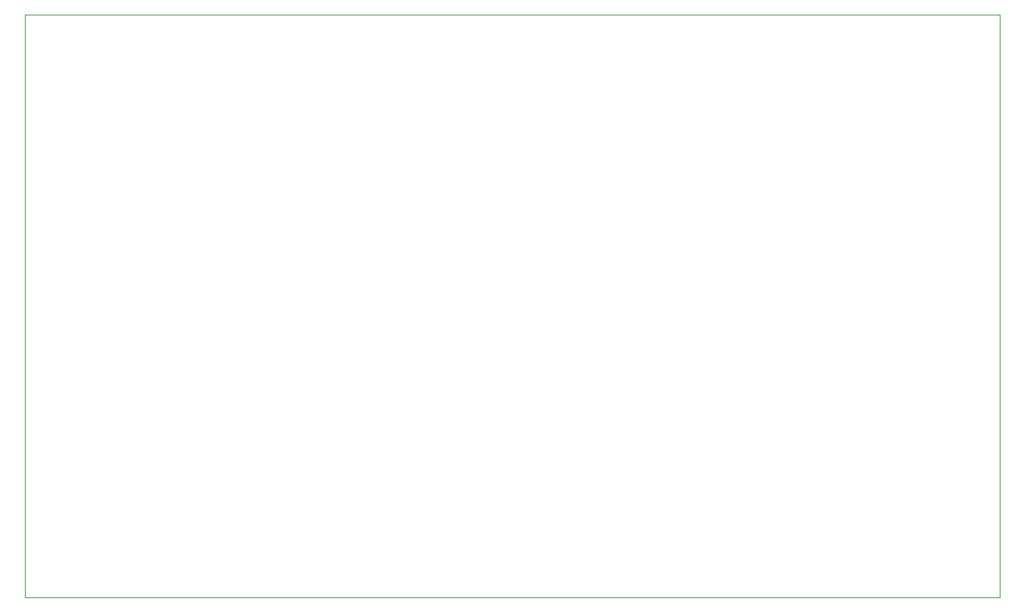
<source format=gm1>
%TF.GenerationSoftware,KiCad,Pcbnew,9.0.7*%
%TF.CreationDate,2026-01-11T22:14:01+00:00*%
%TF.ProjectId,ChillerHub,4368696c-6c65-4724-9875-622e6b696361,rev?*%
%TF.SameCoordinates,Original*%
%TF.FileFunction,Profile,NP*%
%FSLAX46Y46*%
G04 Gerber Fmt 4.6, Leading zero omitted, Abs format (unit mm)*
G04 Created by KiCad (PCBNEW 9.0.7) date 2026-01-11 22:14:01*
%MOMM*%
%LPD*%
G01*
G04 APERTURE LIST*
%TA.AperFunction,Profile*%
%ADD10C,0.050000*%
%TD*%
G04 APERTURE END LIST*
D10*
X67500000Y-70740000D02*
X179960000Y-70740000D01*
X179960000Y-138040000D01*
X67500000Y-138040000D01*
X67500000Y-70740000D01*
M02*

</source>
